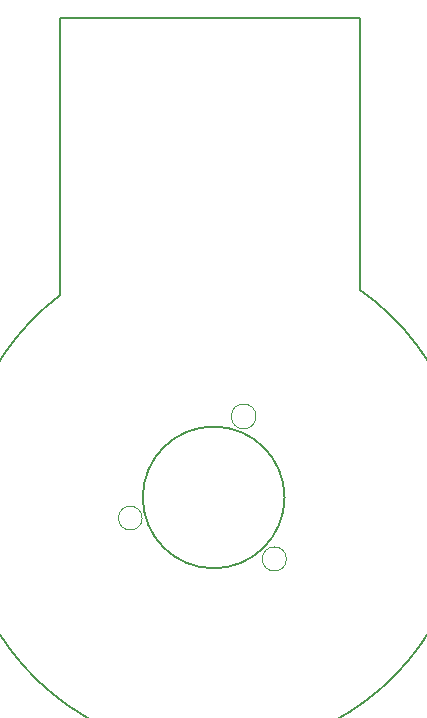
<source format=gbr>
%TF.GenerationSoftware,KiCad,Pcbnew,7.0.1*%
%TF.CreationDate,2023-09-20T08:02:12-03:00*%
%TF.ProjectId,Circuito interno Maxon 30W v4,43697263-7569-4746-9f20-696e7465726e,rev?*%
%TF.SameCoordinates,Original*%
%TF.FileFunction,Profile,NP*%
%FSLAX46Y46*%
G04 Gerber Fmt 4.6, Leading zero omitted, Abs format (unit mm)*
G04 Created by KiCad (PCBNEW 7.0.1) date 2023-09-20 08:02:12*
%MOMM*%
%LPD*%
G01*
G04 APERTURE LIST*
%TA.AperFunction,Profile*%
%ADD10C,0.100000*%
%TD*%
%TA.AperFunction,Profile*%
%ADD11C,0.200000*%
%TD*%
G04 APERTURE END LIST*
D10*
X121481065Y-114940000D02*
G75*
G03*
X121481065Y-114940000I-1021065J0D01*
G01*
X118902900Y-102870000D02*
G75*
G03*
X118902900Y-102870000I-1046900J0D01*
G01*
D11*
X121319999Y-109730000D02*
G75*
G03*
X121319999Y-109730000I-6000000J0D01*
G01*
X102350000Y-69170000D02*
X102321632Y-92602151D01*
X102350000Y-69170000D02*
X127730000Y-69170000D01*
X127730000Y-69170000D02*
X127700000Y-92150000D01*
D10*
X109261872Y-111480000D02*
G75*
G03*
X109261872Y-111480000I-1001872J0D01*
G01*
D11*
X102321632Y-92602151D02*
G75*
G03*
X127700000Y-92150000I12998368J-17127849D01*
G01*
M02*

</source>
